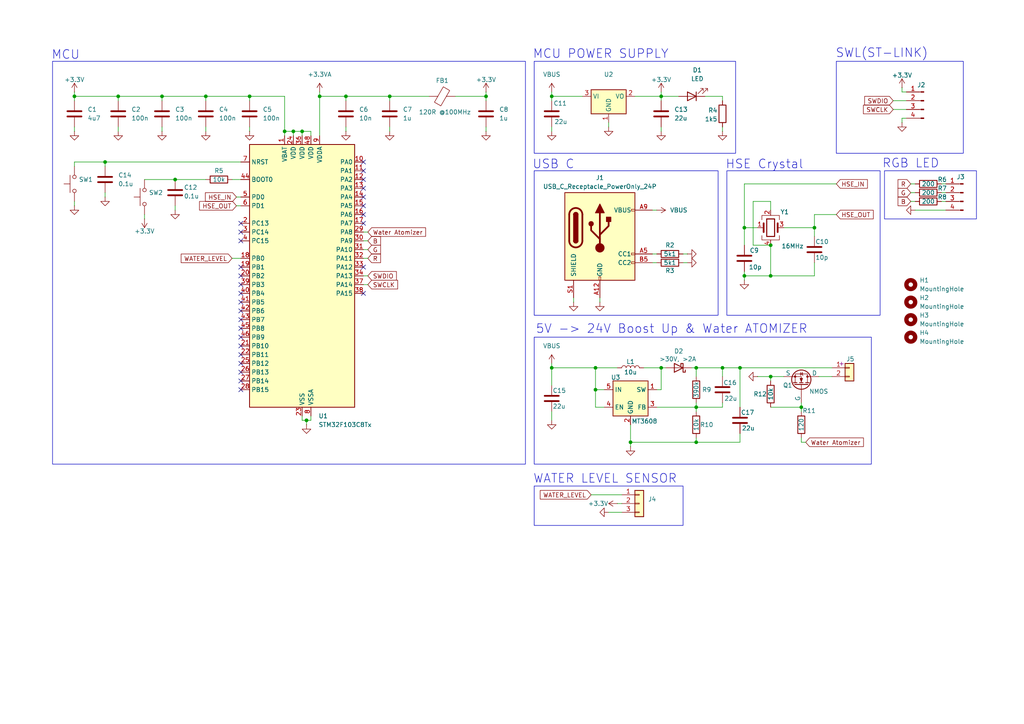
<source format=kicad_sch>
(kicad_sch (version 20231120) (generator "eeschema") (generator_version "8.0")
  (paper "A4")
  (lib_symbols
    (symbol "Connector:Conn_01x04_Pin" (pin_names (offset 1.016) hide)
      (property "Reference" "J" (at 0 5.08 0))
      (property "Value" "Conn_01x04_Pin" (at 0 -7.62 0))
      (symbol "Conn_01x04_Pin_1_1"
        (pin passive line (at 5.08 2.54 180) (length 3.81) (name "Pin_1") (number "1"))
        (pin passive line (at 5.08 0 180) (length 3.81) (name "Pin_2") (number "2"))
        (pin passive line (at 5.08 -2.54 180) (length 3.81) (name "Pin_3") (number "3"))
        (pin passive line (at 5.08 -5.08 180) (length 3.81) (name "Pin_4") (number "4"))
      )
    )
    (symbol "Connector:USB_C_Receptacle_PowerOnly_24P" (pin_names (offset 1.016))
      (property "Reference" "J" (at 0 16.51 0))
      (property "Value" "USB_C_Receptacle_PowerOnly_24P" (at 0 13.97 0))
      (symbol "USB_C_Receptacle_PowerOnly_24P_1_1"
        (pin passive line (at 0 -17.78 90) (length 5.08) hide (name "GND") (number "A1"))
        (pin power_in line (at 0 -17.78 90) (length 5.08) (name "GND") (number "A12"))
        (pin passive line (at 15.24 7.62 180) (length 5.08) hide (name "VBUS") (number "A4"))
        (pin bidirectional line (at 15.24 -5.08 180) (length 5.08) (name "CC1") (number "A5"))
        (pin power_in line (at 15.24 7.62 180) (length 5.08) (name "VBUS") (number "A9"))
        (pin passive line (at 0 -17.78 90) (length 5.08) hide (name "GND") (number "B1"))
        (pin passive line (at 0 -17.78 90) (length 5.08) hide (name "GND") (number "B12"))
        (pin passive line (at 15.24 7.62 180) (length 5.08) hide (name "VBUS") (number "B4"))
        (pin bidirectional line (at 15.24 -7.62 180) (length 5.08) (name "CC2") (number "B5"))
        (pin passive line (at 15.24 7.62 180) (length 5.08) hide (name "VBUS") (number "B9"))
        (pin passive line (at -7.62 -17.78 90) (length 5.08) (name "SHIELD") (number "S1"))
      )
    )
    (symbol "Connector_Generic:Conn_01x02" (pin_names (offset 1.016) hide)
      (property "Reference" "J" (at 0 2.54 0))
      (property "Value" "Conn_01x02" (at 0 -5.08 0))
      (symbol "Conn_01x02_1_1"
        (pin passive line (at -5.08 0 0) (length 3.81) (name "Pin_1") (number "1"))
        (pin passive line (at -5.08 -2.54 0) (length 3.81) (name "Pin_2") (number "2"))
      )
    )
    (symbol "Connector_Generic:Conn_01x03" (pin_names (offset 1.016) hide)
      (property "Reference" "J" (at 0 5.08 0))
      (property "Value" "Conn_01x03" (at 0 -5.08 0))
      (symbol "Conn_01x03_1_1"
        (pin passive line (at -5.08 2.54 0) (length 3.81) (name "Pin_1") (number "1"))
        (pin passive line (at -5.08 0 0) (length 3.81) (name "Pin_2") (number "2"))
        (pin passive line (at -5.08 -2.54 0) (length 3.81) (name "Pin_3") (number "3"))
      )
    )
    (symbol "Device:C" (pin_numbers hide) (pin_names (offset 0.254))
      (property "Reference" "C" (at 0.635 2.54 0))
      (property "Value" "C" (at 0.635 -2.54 0))
      (symbol "C_1_1"
        (pin passive line (at 0 3.81 270) (length 2.794) (name "~") (number "1"))
        (pin passive line (at 0 -3.81 90) (length 2.794) (name "~") (number "2"))
      )
    )
    (symbol "Device:Crystal_GND24" (pin_names (offset 1.016) hide)
      (property "Reference" "Y" (at 3.175 5.08 0))
      (property "Value" "Crystal_GND24" (at 3.175 3.175 0))
      (symbol "Crystal_GND24_1_1"
        (pin passive line (at -3.81 0 0) (length 1.27) (name "1") (number "1"))
        (pin passive line (at 0 5.08 270) (length 1.27) (name "2") (number "2"))
        (pin passive line (at 3.81 0 180) (length 1.27) (name "3") (number "3"))
        (pin passive line (at 0 -5.08 90) (length 1.27) (name "4") (number "4"))
      )
    )
    (symbol "Device:D_Schottky" (pin_numbers hide) (pin_names (offset 1.016) hide)
      (property "Reference" "D" (at 0 2.54 0))
      (property "Value" "D_Schottky" (at 0 -2.54 0))
      (symbol "D_Schottky_1_1"
        (pin passive line (at -3.81 0 0) (length 2.54) (name "K") (number "1"))
        (pin passive line (at 3.81 0 180) (length 2.54) (name "A") (number "2"))
      )
    )
    (symbol "Device:FerriteBead" (pin_numbers hide) (pin_names (offset 0))
      (property "Reference" "FB" (at -3.81 0.635 90))
      (property "Value" "FerriteBead" (at 3.81 0 90))
      (symbol "FerriteBead_1_1"
        (pin passive line (at 0 3.81 270) (length 2.54) (name "~") (number "1"))
        (pin passive line (at 0 -3.81 90) (length 2.54) (name "~") (number "2"))
      )
    )
    (symbol "Device:L" (pin_numbers hide) (pin_names (offset 1.016) hide)
      (property "Reference" "L" (at -1.27 0 90))
      (property "Value" "L" (at 1.905 0 90))
      (symbol "L_1_1"
        (pin passive line (at 0 3.81 270) (length 1.27) (name "1") (number "1"))
        (pin passive line (at 0 -3.81 90) (length 1.27) (name "2") (number "2"))
      )
    )
    (symbol "Device:LED" (pin_numbers hide) (pin_names (offset 1.016) hide)
      (property "Reference" "D" (at 0 2.54 0))
      (property "Value" "LED" (at 0 -2.54 0))
      (symbol "LED_1_1"
        (pin passive line (at -3.81 0 0) (length 2.54) (name "K") (number "1"))
        (pin passive line (at 3.81 0 180) (length 2.54) (name "A") (number "2"))
      )
    )
    (symbol "Device:R" (pin_numbers hide) (pin_names (offset 0))
      (property "Reference" "R" (at 2.032 0 90))
      (property "Value" "R" (at 0 0 90))
      (symbol "R_1_1"
        (pin passive line (at 0 3.81 270) (length 1.27) (name "~") (number "1"))
        (pin passive line (at 0 -3.81 90) (length 1.27) (name "~") (number "2"))
      )
    )
    (symbol "MCU_ST_STM32F1:STM32F103C8Tx"
      (property "Reference" "U" (at -15.24 39.37 0))
      (property "Value" "STM32F103C8Tx" (at 7.62 39.37 0))
      (symbol "STM32F103C8Tx_1_1"
        (pin power_in line (at -5.08 40.64 270) (length 2.54) (name "VBAT") (number "1"))
        (pin bidirectional line (at 17.78 33.02 180) (length 2.54) (name "PA0") (number "10"))
        (pin bidirectional line (at 17.78 30.48 180) (length 2.54) (name "PA1") (number "11"))
        (pin bidirectional line (at 17.78 27.94 180) (length 2.54) (name "PA2") (number "12"))
        (pin bidirectional line (at 17.78 25.4 180) (length 2.54) (name "PA3") (number "13"))
        (pin bidirectional line (at 17.78 22.86 180) (length 2.54) (name "PA4") (number "14"))
        (pin bidirectional line (at 17.78 20.32 180) (length 2.54) (name "PA5") (number "15"))
        (pin bidirectional line (at 17.78 17.78 180) (length 2.54) (name "PA6") (number "16"))
        (pin bidirectional line (at 17.78 15.24 180) (length 2.54) (name "PA7") (number "17"))
        (pin bidirectional line (at -17.78 5.08 0) (length 2.54) (name "PB0") (number "18"))
        (pin bidirectional line (at -17.78 2.54 0) (length 2.54) (name "PB1") (number "19"))
        (pin bidirectional line (at -17.78 15.24 0) (length 2.54) (name "PC13") (number "2"))
        (pin bidirectional line (at -17.78 0 0) (length 2.54) (name "PB2") (number "20"))
        (pin bidirectional line (at -17.78 -20.32 0) (length 2.54) (name "PB10") (number "21"))
        (pin bidirectional line (at -17.78 -22.86 0) (length 2.54) (name "PB11") (number "22"))
        (pin power_in line (at 0 -40.64 90) (length 2.54) (name "VSS") (number "23"))
        (pin power_in line (at -2.54 40.64 270) (length 2.54) (name "VDD") (number "24"))
        (pin bidirectional line (at -17.78 -25.4 0) (length 2.54) (name "PB12") (number "25"))
        (pin bidirectional line (at -17.78 -27.94 0) (length 2.54) (name "PB13") (number "26"))
        (pin bidirectional line (at -17.78 -30.48 0) (length 2.54) (name "PB14") (number "27"))
        (pin bidirectional line (at -17.78 -33.02 0) (length 2.54) (name "PB15") (number "28"))
        (pin bidirectional line (at 17.78 12.7 180) (length 2.54) (name "PA8") (number "29"))
        (pin bidirectional line (at -17.78 12.7 0) (length 2.54) (name "PC14") (number "3"))
        (pin bidirectional line (at 17.78 10.16 180) (length 2.54) (name "PA9") (number "30"))
        (pin bidirectional line (at 17.78 7.62 180) (length 2.54) (name "PA10") (number "31"))
        (pin bidirectional line (at 17.78 5.08 180) (length 2.54) (name "PA11") (number "32"))
        (pin bidirectional line (at 17.78 2.54 180) (length 2.54) (name "PA12") (number "33"))
        (pin bidirectional line (at 17.78 0 180) (length 2.54) (name "PA13") (number "34"))
        (pin passive line (at 0 -40.64 90) (length 2.54) hide (name "VSS") (number "35"))
        (pin power_in line (at 0 40.64 270) (length 2.54) (name "VDD") (number "36"))
        (pin bidirectional line (at 17.78 -2.54 180) (length 2.54) (name "PA14") (number "37"))
        (pin bidirectional line (at 17.78 -5.08 180) (length 2.54) (name "PA15") (number "38"))
        (pin bidirectional line (at -17.78 -2.54 0) (length 2.54) (name "PB3") (number "39"))
        (pin bidirectional line (at -17.78 10.16 0) (length 2.54) (name "PC15") (number "4"))
        (pin bidirectional line (at -17.78 -5.08 0) (length 2.54) (name "PB4") (number "40"))
        (pin bidirectional line (at -17.78 -7.62 0) (length 2.54) (name "PB5") (number "41"))
        (pin bidirectional line (at -17.78 -10.16 0) (length 2.54) (name "PB6") (number "42"))
        (pin bidirectional line (at -17.78 -12.7 0) (length 2.54) (name "PB7") (number "43"))
        (pin input line (at -17.78 27.94 0) (length 2.54) (name "BOOT0") (number "44"))
        (pin bidirectional line (at -17.78 -15.24 0) (length 2.54) (name "PB8") (number "45"))
        (pin bidirectional line (at -17.78 -17.78 0) (length 2.54) (name "PB9") (number "46"))
        (pin passive line (at 0 -40.64 90) (length 2.54) hide (name "VSS") (number "47"))
        (pin power_in line (at 2.54 40.64 270) (length 2.54) (name "VDD") (number "48"))
        (pin bidirectional line (at -17.78 22.86 0) (length 2.54) (name "PD0") (number "5"))
        (pin bidirectional line (at -17.78 20.32 0) (length 2.54) (name "PD1") (number "6"))
        (pin input line (at -17.78 33.02 0) (length 2.54) (name "NRST") (number "7"))
        (pin power_in line (at 2.54 -40.64 90) (length 2.54) (name "VSSA") (number "8"))
        (pin power_in line (at 5.08 40.64 270) (length 2.54) (name "VDDA") (number "9"))
      )
    )
    (symbol "Mechanical:MountingHole" (pin_names (offset 1.016)) (exclude_from_sim yes) (in_bom no)
      (property "Reference" "H" (at 0 5.08 0))
      (property "Value" "MountingHole" (at 0 3.175 0))
    )
    (symbol "Regulator_Linear:LD1117S33TR_SOT223"
      (property "Reference" "U" (at -3.81 3.175 0))
      (property "Value" "LD1117S33TR_SOT223" (at 0 3.175 0))
      (symbol "LD1117S33TR_SOT223_1_1"
        (pin power_in line (at 0 -7.62 90) (length 2.54) (name "GND") (number "1"))
        (pin power_out line (at 7.62 0 180) (length 2.54) (name "VO") (number "2"))
        (pin power_in line (at -7.62 0 0) (length 2.54) (name "VI") (number "3"))
      )
    )
    (symbol "Regulator_Switching:MT3608"
      (property "Reference" "U" (at -2.54 8.89 0))
      (property "Value" "MT3608" (at -3.81 6.35 0))
      (symbol "MT3608_1_1"
        (pin passive line (at 7.62 2.54 180) (length 2.54) (name "SW") (number "1"))
        (pin power_in line (at 0 -7.62 90) (length 2.54) (name "GND") (number "2"))
        (pin input line (at 7.62 -2.54 180) (length 2.54) (name "FB") (number "3"))
        (pin input line (at -7.62 -2.54 0) (length 2.54) (name "EN") (number "4"))
        (pin power_in line (at -7.62 2.54 0) (length 2.54) (name "IN") (number "5"))
        (pin no_connect line (at 5.08 0 180) (length 2.54) hide (name "NC") (number "6"))
      )
    )
    (symbol "Simulation_SPICE:NMOS" (pin_numbers hide) (pin_names (offset 0))
      (property "Reference" "Q" (at 5.08 1.27 0))
      (property "Value" "NMOS" (at 5.08 -1.27 0))
      (symbol "NMOS_1_1"
        (pin passive line (at 2.54 5.08 270) (length 2.54) (name "D") (number "1"))
        (pin input line (at -5.08 0 0) (length 2.54) (name "G") (number "2"))
        (pin passive line (at 2.54 -5.08 90) (length 2.54) (name "S") (number "3"))
      )
    )
    (symbol "Switch:SW_Push" (pin_numbers hide) (pin_names (offset 1.016) hide)
      (property "Reference" "SW" (at 1.27 2.54 0))
      (property "Value" "SW_Push" (at 0 -1.524 0))
      (symbol "SW_Push_0_1"
        (pin passive line (at -5.08 0 0) (length 2.54) (name "1") (number "1"))
        (pin passive line (at 5.08 0 180) (length 2.54) (name "2") (number "2"))
      )
    )
    (symbol "power:+3.3V" (power) (pin_numbers hide) (pin_names (offset 0) hide)
      (property "Value" "+3.3V" (at 0 3.556 0))
      (symbol "+3.3V_1_1"
        (pin power_in line (at 0 0 90) (length 0) (name "~") (number "1"))
      )
    )
    (symbol "power:+3.3VA" (power) (pin_numbers hide) (pin_names (offset 0) hide)
      (property "Value" "+3.3VA" (at 0 3.556 0))
      (symbol "+3.3VA_1_1"
        (pin power_in line (at 0 0 90) (length 0) (name "~") (number "1"))
      )
    )
    (symbol "power:GND" (power) (pin_numbers hide) (pin_names (offset 0) hide)
      (property "Value" "GND" (at 0 -3.81 0))
      (symbol "GND_1_1"
        (pin power_in line (at 0 0 270) (length 0) (name "~") (number "1"))
      )
    )
    (symbol "power:VBUS" (power) (pin_numbers hide) (pin_names (offset 0) hide)
      (property "Value" "VBUS" (at 0 3.556 0))
      (symbol "VBUS_1_1"
        (pin power_in line (at 0 0 90) (length 0) (name "~") (number "1"))
      )
    )
  )
  (junction (at 160.02 27.94))
  (junction (at 87.63 38.1))
  (junction (at 85.09 38.1))
  (junction (at 215.9 80.01))
  (junction (at 59.69 27.94))
  (junction (at 160.02 106.68))
  (junction (at 209.55 106.68))
  (junction (at 21.59 27.94))
  (junction (at 140.97 27.94))
  (junction (at 50.8 52.07))
  (junction (at 236.22 66.04))
  (junction (at 223.52 80.01))
  (junction (at 172.72 113.03))
  (junction (at 201.93 106.68))
  (junction (at 182.88 128.27))
  (junction (at 201.93 118.11))
  (junction (at 88.9 121.92))
  (junction (at 30.48 46.99))
  (junction (at 215.9 66.04))
  (junction (at 34.29 27.94))
  (junction (at 46.99 27.94))
  (junction (at 113.03 27.94))
  (junction (at 191.77 27.94))
  (junction (at 223.52 71.12))
  (junction (at 232.41 118.11))
  (junction (at 92.71 27.94))
  (junction (at 82.55 38.1))
  (junction (at 223.52 109.22))
  (junction (at 72.39 27.94))
  (junction (at 100.33 27.94))
  (junction (at 191.77 106.68))
  (junction (at 172.72 106.68))
  (junction (at 201.93 128.27))
  (junction (at 214.63 106.68))
  (no_connect (at 69.85 107.95))
  (no_connect (at 69.85 87.63))
  (no_connect (at 69.85 64.77))
  (no_connect (at 105.41 85.09))
  (no_connect (at 69.85 97.79))
  (no_connect (at 105.41 57.15))
  (no_connect (at 105.41 62.23))
  (no_connect (at 69.85 77.47))
  (no_connect (at 69.85 102.87))
  (no_connect (at 69.85 85.09))
  (no_connect (at 69.85 95.25))
  (no_connect (at 69.85 69.85))
  (no_connect (at 69.85 90.17))
  (no_connect (at 105.41 77.47))
  (no_connect (at 69.85 113.03))
  (no_connect (at 69.85 92.71))
  (no_connect (at 105.41 64.77))
  (no_connect (at 69.85 82.55))
  (no_connect (at 69.85 110.49))
  (no_connect (at 105.41 52.07))
  (no_connect (at 69.85 67.31))
  (no_connect (at 105.41 54.61))
  (no_connect (at 69.85 100.33))
  (no_connect (at 69.85 80.01))
  (no_connect (at 105.41 46.99))
  (no_connect (at 69.85 105.41))
  (no_connect (at 105.41 49.53))
  (no_connect (at 105.41 59.69))
  (wire (pts (xy 113.03 27.94) (xy 124.46 27.94)))
  (wire (pts (xy 82.55 27.94) (xy 82.55 38.1)))
  (wire (pts (xy 82.55 38.1) (xy 82.55 39.37)))
  (wire (pts (xy 223.52 71.12) (xy 223.52 80.01)))
  (wire (pts (xy 21.59 26.67) (xy 21.59 27.94)))
  (wire (pts (xy 201.93 106.68) (xy 201.93 109.22)))
  (wire (pts (xy 209.55 36.83) (xy 209.55 38.1)))
  (wire (pts (xy 191.77 36.83) (xy 191.77 38.1)))
  (wire (pts (xy 172.72 113.03) (xy 175.26 113.03)))
  (wire (pts (xy 204.47 27.94) (xy 209.55 27.94)))
  (wire (pts (xy 113.03 29.21) (xy 113.03 27.94)))
  (wire (pts (xy 105.41 69.85) (xy 106.68 69.85)))
  (wire (pts (xy 227.33 66.04) (xy 236.22 66.04)))
  (wire (pts (xy 72.39 27.94) (xy 72.39 29.21)))
  (wire (pts (xy 236.22 66.04) (xy 236.22 68.58)))
  (wire (pts (xy 46.99 36.83) (xy 46.99 38.1)))
  (wire (pts (xy 176.53 148.59) (xy 180.34 148.59)))
  (wire (pts (xy 87.63 120.65) (xy 87.63 121.92)))
  (wire (pts (xy 68.58 57.15) (xy 69.85 57.15)))
  (wire (pts (xy 176.53 35.56) (xy 176.53 36.83)))
  (wire (pts (xy 264.16 53.34) (xy 265.43 53.34)))
  (wire (pts (xy 261.62 35.56) (xy 261.62 34.29)))
  (wire (pts (xy 160.02 27.94) (xy 168.91 27.94)))
  (wire (pts (xy 264.16 55.88) (xy 265.43 55.88)))
  (wire (pts (xy 172.72 113.03) (xy 172.72 106.68)))
  (wire (pts (xy 82.55 38.1) (xy 85.09 38.1)))
  (wire (pts (xy 209.55 118.11) (xy 201.93 118.11)))
  (wire (pts (xy 100.33 29.21) (xy 100.33 27.94)))
  (wire (pts (xy 215.9 66.04) (xy 219.71 66.04)))
  (wire (pts (xy 21.59 58.42) (xy 21.59 59.69)))
  (wire (pts (xy 190.5 118.11) (xy 201.93 118.11)))
  (wire (pts (xy 214.63 125.73) (xy 214.63 128.27)))
  (wire (pts (xy 166.37 86.36) (xy 166.37 87.63)))
  (wire (pts (xy 259.08 29.21) (xy 262.89 29.21)))
  (wire (pts (xy 113.03 36.83) (xy 113.03 38.1)))
  (wire (pts (xy 265.43 60.96) (xy 274.32 60.96)))
  (wire (pts (xy 218.44 58.42) (xy 218.44 71.12)))
  (wire (pts (xy 85.09 38.1) (xy 87.63 38.1)))
  (wire (pts (xy 140.97 27.94) (xy 140.97 26.67)))
  (wire (pts (xy 87.63 38.1) (xy 87.63 39.37)))
  (wire (pts (xy 191.77 27.94) (xy 196.85 27.94)))
  (wire (pts (xy 132.08 27.94) (xy 140.97 27.94)))
  (wire (pts (xy 232.41 118.11) (xy 232.41 119.38)))
  (wire (pts (xy 218.44 71.12) (xy 223.52 71.12)))
  (wire (pts (xy 160.02 27.94) (xy 160.02 29.21)))
  (wire (pts (xy 223.52 109.22) (xy 223.52 110.49)))
  (wire (pts (xy 264.16 58.42) (xy 265.43 58.42)))
  (wire (pts (xy 30.48 55.88) (xy 30.48 57.15)))
  (wire (pts (xy 160.02 26.67) (xy 160.02 27.94)))
  (wire (pts (xy 209.55 106.68) (xy 209.55 109.22)))
  (wire (pts (xy 172.72 106.68) (xy 160.02 106.68)))
  (wire (pts (xy 215.9 80.01) (xy 223.52 80.01)))
  (wire (pts (xy 236.22 62.23) (xy 236.22 66.04)))
  (wire (pts (xy 215.9 53.34) (xy 242.57 53.34)))
  (wire (pts (xy 223.52 58.42) (xy 218.44 58.42)))
  (wire (pts (xy 198.12 76.2) (xy 199.39 76.2)))
  (wire (pts (xy 191.77 27.94) (xy 191.77 26.67)))
  (wire (pts (xy 273.05 58.42) (xy 274.32 58.42)))
  (wire (pts (xy 191.77 113.03) (xy 191.77 106.68)))
  (wire (pts (xy 189.23 60.96) (xy 190.5 60.96)))
  (wire (pts (xy 68.58 59.69) (xy 69.85 59.69)))
  (wire (pts (xy 30.48 46.99) (xy 21.59 46.99)))
  (wire (pts (xy 67.31 52.07) (xy 69.85 52.07)))
  (wire (pts (xy 233.68 128.27) (xy 232.41 128.27)))
  (wire (pts (xy 105.41 82.55) (xy 106.68 82.55)))
  (wire (pts (xy 140.97 36.83) (xy 140.97 38.1)))
  (wire (pts (xy 21.59 46.99) (xy 21.59 48.26)))
  (wire (pts (xy 236.22 80.01) (xy 223.52 80.01)))
  (wire (pts (xy 214.63 106.68) (xy 214.63 118.11)))
  (wire (pts (xy 215.9 80.01) (xy 215.9 81.28)))
  (wire (pts (xy 215.9 66.04) (xy 215.9 71.12)))
  (wire (pts (xy 46.99 27.94) (xy 59.69 27.94)))
  (wire (pts (xy 173.99 86.36) (xy 173.99 87.63)))
  (wire (pts (xy 21.59 27.94) (xy 34.29 27.94)))
  (wire (pts (xy 223.52 118.11) (xy 232.41 118.11)))
  (wire (pts (xy 232.41 116.84) (xy 232.41 118.11)))
  (wire (pts (xy 34.29 36.83) (xy 34.29 38.1)))
  (wire (pts (xy 273.05 53.34) (xy 274.32 53.34)))
  (wire (pts (xy 160.02 119.38) (xy 160.02 121.92)))
  (wire (pts (xy 41.91 62.23) (xy 41.91 63.5)))
  (wire (pts (xy 90.17 38.1) (xy 90.17 39.37)))
  (wire (pts (xy 100.33 27.94) (xy 113.03 27.94)))
  (wire (pts (xy 59.69 36.83) (xy 59.69 38.1)))
  (wire (pts (xy 92.71 27.94) (xy 92.71 39.37)))
  (wire (pts (xy 261.62 25.4) (xy 261.62 26.67)))
  (wire (pts (xy 85.09 38.1) (xy 85.09 39.37)))
  (wire (pts (xy 30.48 48.26) (xy 30.48 46.99)))
  (wire (pts (xy 34.29 27.94) (xy 34.29 29.21)))
  (wire (pts (xy 67.31 74.93) (xy 69.85 74.93)))
  (wire (pts (xy 41.91 52.07) (xy 50.8 52.07)))
  (wire (pts (xy 46.99 27.94) (xy 46.99 29.21)))
  (wire (pts (xy 88.9 121.92) (xy 88.9 123.19)))
  (wire (pts (xy 184.15 27.94) (xy 191.77 27.94)))
  (wire (pts (xy 219.71 109.22) (xy 223.52 109.22)))
  (wire (pts (xy 59.69 27.94) (xy 59.69 29.21)))
  (wire (pts (xy 171.45 143.51) (xy 180.34 143.51)))
  (wire (pts (xy 88.9 121.92) (xy 90.17 121.92)))
  (wire (pts (xy 201.93 128.27) (xy 214.63 128.27)))
  (wire (pts (xy 223.52 60.96) (xy 223.52 58.42)))
  (wire (pts (xy 201.93 118.11) (xy 201.93 116.84)))
  (wire (pts (xy 179.07 146.05) (xy 180.34 146.05)))
  (wire (pts (xy 227.33 109.22) (xy 223.52 109.22)))
  (wire (pts (xy 232.41 128.27) (xy 232.41 127)))
  (wire (pts (xy 160.02 36.83) (xy 160.02 38.1)))
  (wire (pts (xy 21.59 36.83) (xy 21.59 38.1)))
  (wire (pts (xy 201.93 127) (xy 201.93 128.27)))
  (wire (pts (xy 59.69 27.94) (xy 72.39 27.94)))
  (wire (pts (xy 191.77 106.68) (xy 193.04 106.68)))
  (wire (pts (xy 105.41 72.39) (xy 106.68 72.39)))
  (wire (pts (xy 72.39 27.94) (xy 82.55 27.94)))
  (wire (pts (xy 261.62 26.67) (xy 262.89 26.67)))
  (wire (pts (xy 50.8 52.07) (xy 59.69 52.07)))
  (wire (pts (xy 237.49 109.22) (xy 241.3 109.22)))
  (wire (pts (xy 175.26 118.11) (xy 172.72 118.11)))
  (wire (pts (xy 182.88 128.27) (xy 201.93 128.27)))
  (wire (pts (xy 273.05 55.88) (xy 274.32 55.88)))
  (wire (pts (xy 34.29 27.94) (xy 46.99 27.94)))
  (wire (pts (xy 21.59 27.94) (xy 21.59 29.21)))
  (wire (pts (xy 72.39 36.83) (xy 72.39 38.1)))
  (wire (pts (xy 200.66 106.68) (xy 201.93 106.68)))
  (wire (pts (xy 201.93 106.68) (xy 209.55 106.68)))
  (wire (pts (xy 236.22 76.2) (xy 236.22 80.01)))
  (wire (pts (xy 190.5 113.03) (xy 191.77 113.03)))
  (wire (pts (xy 92.71 27.94) (xy 100.33 27.94)))
  (wire (pts (xy 189.23 73.66) (xy 190.5 73.66)))
  (wire (pts (xy 261.62 34.29) (xy 262.89 34.29)))
  (wire (pts (xy 87.63 38.1) (xy 90.17 38.1)))
  (wire (pts (xy 259.08 31.75) (xy 262.89 31.75)))
  (wire (pts (xy 50.8 59.69) (xy 50.8 60.96)))
  (wire (pts (xy 160.02 106.68) (xy 160.02 111.76)))
  (wire (pts (xy 189.23 76.2) (xy 190.5 76.2)))
  (wire (pts (xy 90.17 121.92) (xy 90.17 120.65)))
  (wire (pts (xy 191.77 27.94) (xy 191.77 29.21)))
  (wire (pts (xy 172.72 106.68) (xy 179.07 106.68)))
  (wire (pts (xy 186.69 106.68) (xy 191.77 106.68)))
  (wire (pts (xy 140.97 27.94) (xy 140.97 29.21)))
  (wire (pts (xy 87.63 121.92) (xy 88.9 121.92)))
  (wire (pts (xy 105.41 74.93) (xy 106.68 74.93)))
  (wire (pts (xy 215.9 53.34) (xy 215.9 66.04)))
  (wire (pts (xy 182.88 128.27) (xy 182.88 129.54)))
  (wire (pts (xy 215.9 78.74) (xy 215.9 80.01)))
  (wire (pts (xy 92.71 26.67) (xy 92.71 27.94)))
  (wire (pts (xy 198.12 73.66) (xy 199.39 73.66)))
  (wire (pts (xy 214.63 106.68) (xy 241.3 106.68)))
  (wire (pts (xy 105.41 67.31) (xy 106.68 67.31)))
  (wire (pts (xy 105.41 80.01) (xy 106.68 80.01)))
  (wire (pts (xy 100.33 36.83) (xy 100.33 38.1)))
  (wire (pts (xy 209.55 27.94) (xy 209.55 29.21)))
  (wire (pts (xy 172.72 118.11) (xy 172.72 113.03)))
  (wire (pts (xy 209.55 106.68) (xy 214.63 106.68)))
  (wire (pts (xy 201.93 119.38) (xy 201.93 118.11)))
  (wire (pts (xy 182.88 123.19) (xy 182.88 128.27)))
  (wire (pts (xy 236.22 62.23) (xy 242.57 62.23)))
  (wire (pts (xy 160.02 105.41) (xy 160.02 106.68)))
  (wire (pts (xy 209.55 116.84) (xy 209.55 118.11)))
  (wire (pts (xy 30.48 46.99) (xy 69.85 46.99)))
  (rectangle (start 210.82 49.53) (end 255.27 91.44))
  (rectangle (start 154.94 97.79) (end 252.73 134.62))
  (rectangle (start 154.94 140.97) (end 198.12 152.4))
  (rectangle (start 15.24 17.78) (end 152.4 134.62))
  (rectangle (start 256.54 49.53) (end 283.21 63.5))
  (rectangle (start 154.94 17.78) (end 213.36 44.45))
  (rectangle (start 154.94 49.53) (end 208.28 91.44))
  (rectangle (start 242.57 17.78) (end 279.4 44.45))
  (text "MCU POWER SUPPLY" (at 174.244 15.748 0) (effects (font (size 2.54 2.54))))
  (text "HSE Crystal" (at 221.742 47.752 0) (effects (font (size 2.54 2.54))))
  (text "USB C" (at 160.528 47.752 0) (effects (font (size 2.54 2.54))))
  (text "5V -> 24V Boost Up & Water ATOMIZER" (at 194.818 95.504 0) (effects (font (size 2.54 2.54))))
  (text "MCU" (at 19.05 16.002 0) (effects (font (size 2.54 2.54))))
  (text "RGB LED" (at 264.16 47.498 0) (effects (font (size 2.54 2.54))))
  (text "WATER LEVEL SENSOR" (at 175.514 138.938 0) (effects (font (size 2.54 2.54))))
  (text "SWL(ST-LINK)" (at 255.778 15.494 0) (effects (font (size 2.54 2.54))))
  (global_label "WATER_LEVEL" (shape input) (at 67.31 74.93 180) (property "Intersheetrefs" "${INTERSHEET_REFS}" (effects (hide yes))))
  (global_label "B" (shape input) (at 106.68 69.85 0) (property "Intersheetrefs" "${INTERSHEET_REFS}" (effects (hide yes))))
  (global_label "Water Atomizer" (shape input) (at 233.68 128.27 0) (property "Intersheetrefs" "${INTERSHEET_REFS}" (effects (hide yes))))
  (global_label "G" (shape input) (at 264.16 55.88 180) (property "Intersheetrefs" "${INTERSHEET_REFS}" (effects (hide yes))))
  (global_label "SWCLK" (shape input) (at 106.68 82.55 0) (property "Intersheetrefs" "${INTERSHEET_REFS}" (effects (hide yes))))
  (global_label "WATER_LEVEL" (shape input) (at 171.45 143.51 180) (property "Intersheetrefs" "${INTERSHEET_REFS}" (effects (hide yes))))
  (global_label "SWDIO" (shape input) (at 106.68 80.01 0) (property "Intersheetrefs" "${INTERSHEET_REFS}" (effects (hide yes))))
  (global_label "Water Atomizer" (shape input) (at 106.68 67.31 0) (property "Intersheetrefs" "${INTERSHEET_REFS}" (effects (hide yes))))
  (global_label "SWDIO" (shape input) (at 259.08 29.21 180) (property "Intersheetrefs" "${INTERSHEET_REFS}" (effects (hide yes))))
  (global_label "HSE_OUT" (shape input) (at 242.57 62.23 0) (property "Intersheetrefs" "${INTERSHEET_REFS}" (effects (hide yes))))
  (global_label "HSE_OUT" (shape input) (at 68.58 59.69 180) (property "Intersheetrefs" "${INTERSHEET_REFS}" (effects (hide yes))))
  (global_label "B" (shape input) (at 264.16 58.42 180) (property "Intersheetrefs" "${INTERSHEET_REFS}" (effects (hide yes))))
  (global_label "G" (shape input) (at 106.68 72.39 0) (property "Intersheetrefs" "${INTERSHEET_REFS}" (effects (hide yes))))
  (global_label "R" (shape input) (at 106.68 74.93 0) (property "Intersheetrefs" "${INTERSHEET_REFS}" (effects (hide yes))))
  (global_label "HSE_IN" (shape input) (at 68.58 57.15 180) (property "Intersheetrefs" "${INTERSHEET_REFS}" (effects (hide yes))))
  (global_label "SWCLK" (shape input) (at 259.08 31.75 180) (property "Intersheetrefs" "${INTERSHEET_REFS}" (effects (hide yes))))
  (global_label "R" (shape input) (at 264.16 53.34 180) (property "Intersheetrefs" "${INTERSHEET_REFS}" (effects (hide yes))))
  (global_label "HSE_IN" (shape input) (at 242.57 53.34 0) (property "Intersheetrefs" "${INTERSHEET_REFS}" (effects (hide yes))))
  (symbol (lib_id "Mechanical:MountingHole") (at 264.16 87.63 0) (unit 1) (exclude_from_sim yes) (in_bom no)
    (property "Reference" "H2" (at 266.7 86.3599 0) (effects (justify left)))
    (property "Value" "MountingHole" (at 266.7 88.8999 0) (effects (justify left)))
    (property "Footprint" "MountingHole:MountingHole_2.1mm" (effects (hide yes)))
    (property "Description" "Mounting Hole without connection" (effects (hide yes)))
  )
  (symbol (lib_id "Device:R") (at 232.41 123.19 0) (unit 1)
    (property "Reference" "R11" (at 234.696 119.126 0))
    (property "Value" "120" (at 232.41 123.19 90))
    (property "Footprint" "Resistor_SMD:R_0603_1608Metric_Pad0.98x0.95mm_HandSolder" (effects (hide yes)))
    (property "Description" "Resistor" (effects (hide yes)))
  )
  (symbol (lib_id "Device:C") (at 209.55 113.03 0) (unit 1)
    (property "Reference" "C16" (at 209.804 110.998 0) (effects (justify left)))
    (property "Value" "22u" (at 210.058 115.57 0) (effects (justify left)))
    (property "Footprint" "Capacitor_SMD:C_0603_1608Metric_Pad1.08x0.95mm_HandSolder" (effects (hide yes)))
    (property "Description" "Unpolarized capacitor" (effects (hide yes)))
  )
  (symbol (lib_id "Device:C") (at 30.48 52.07 0) (unit 1)
    (property "Reference" "C14" (at 34.29 50.7999 0) (effects (justify left)))
    (property "Value" "0.1u" (at 34.29 53.3399 0) (effects (justify left)))
    (property "Footprint" "Capacitor_SMD:C_0603_1608Metric_Pad1.08x0.95mm_HandSolder" (effects (hide yes)))
    (property "Description" "Unpolarized capacitor" (effects (hide yes)))
  )
  (symbol (lib_id "Device:LED") (at 200.66 27.94 180) (unit 1)
    (property "Reference" "D1" (at 202.2475 20.32 0))
    (property "Value" "LED" (at 202.2475 22.86 0))
    (property "Footprint" "LED_SMD:LED_0603_1608Metric_Pad1.05x0.95mm_HandSolder" (effects (hide yes)))
    (property "Description" "Light emitting diode" (effects (hide yes)))
  )
  (symbol (lib_id "Device:C") (at 236.22 72.39 0) (unit 1)
    (property "Reference" "C10" (at 236.474 70.104 0) (effects (justify left)))
    (property "Value" "10p" (at 236.474 74.676 0) (effects (justify left)))
    (property "Footprint" "Capacitor_SMD:C_0603_1608Metric_Pad1.08x0.95mm_HandSolder" (effects (hide yes)))
    (property "Description" "Unpolarized capacitor" (effects (hide yes)))
  )
  (symbol (lib_id "power:GND") (at 199.39 73.66 90) (unit 1)
    (property "Reference" "#PWR014" (effects (hide yes)))
    (property "Value" "GND" (effects (hide yes)))
    (property "Description" "Power symbol creates a global label with name \"GND\" , ground" (effects (hide yes)))
  )
  (symbol (lib_id "power:+3.3V") (at 179.07 146.05 90) (unit 1)
    (property "Reference" "#PWR033" (effects (hide yes)))
    (property "Value" "+3.3V" (at 173.482 146.05 90))
    (property "Description" "Power symbol creates a global label with name \"+3.3V\"" (effects (hide yes)))
  )
  (symbol (lib_id "power:GND") (at 265.43 60.96 270) (unit 1)
    (property "Reference" "#PWR032" (effects (hide yes)))
    (property "Value" "GND" (effects (hide yes)))
    (property "Description" "Power symbol creates a global label with name \"GND\" , ground" (effects (hide yes)))
  )
  (symbol (lib_id "Device:R") (at 194.31 76.2 90) (unit 1)
    (property "Reference" "R3" (at 194.31 78.486 90))
    (property "Value" "5k1" (at 194.31 76.2 90))
    (property "Footprint" "Resistor_SMD:R_0603_1608Metric_Pad0.98x0.95mm_HandSolder" (effects (hide yes)))
    (property "Description" "Resistor" (effects (hide yes)))
  )
  (symbol (lib_id "power:VBUS") (at 190.5 60.96 270) (unit 1)
    (property "Reference" "#PWR018" (effects (hide yes)))
    (property "Value" "VBUS" (at 194.31 60.9599 90) (effects (justify left)))
    (property "Description" "Power symbol creates a global label with name \"VBUS\"" (effects (hide yes)))
  )
  (symbol (lib_id "Mechanical:MountingHole") (at 264.16 92.71 0) (unit 1) (exclude_from_sim yes) (in_bom no)
    (property "Reference" "H3" (at 266.7 91.4399 0) (effects (justify left)))
    (property "Value" "MountingHole" (at 266.7 93.9799 0) (effects (justify left)))
    (property "Footprint" "MountingHole:MountingHole_2.1mm" (effects (hide yes)))
    (property "Description" "Mounting Hole without connection" (effects (hide yes)))
  )
  (symbol (lib_id "power:GND") (at 88.9 123.19 0) (unit 1)
    (property "Reference" "#PWR013" (effects (hide yes)))
    (property "Value" "GND" (effects (hide yes)))
    (property "Description" "Power symbol creates a global label with name \"GND\" , ground" (effects (hide yes)))
  )
  (symbol (lib_id "Device:C") (at 46.99 33.02 0) (unit 1)
    (property "Reference" "C3" (at 50.8 31.7499 0) (effects (justify left)))
    (property "Value" "100n" (at 50.8 34.2899 0) (effects (justify left)))
    (property "Footprint" "Capacitor_SMD:C_0603_1608Metric_Pad1.08x0.95mm_HandSolder" (effects (hide yes)))
    (property "Description" "Unpolarized capacitor" (effects (hide yes)))
  )
  (symbol (lib_id "Device:D_Schottky") (at 196.85 106.68 180) (unit 1)
    (property "Reference" "D2" (at 196.85 101.854 0))
    (property "Value" ">30V, >2A" (at 196.596 104.14 0))
    (property "Footprint" "Diode_SMD:D_SMA_Handsoldering" (effects (hide yes)))
    (property "Description" "Schottky diode" (effects (hide yes)))
  )
  (symbol (lib_id "Connector_Generic:Conn_01x02") (at 246.38 106.68 0) (unit 1)
    (property "Reference" "J5" (at 246.634 104.14 0))
    (property "Value" "Water Atomizer" (effects (hide yes)))
    (property "Footprint" "Connector_PinHeader_1.27mm:PinHeader_1x02_P1.27mm_Vertical" (effects (hide yes)))
    (property "Description" "Generic connector, single row, 01x02, script generated (kicad-library-utils/schlib/autogen/connector/)" (effects (hide yes)))
    (property "+" "+" (at 244.094 105.41 0))
  )
  (symbol (lib_id "MCU_ST_STM32F1:STM32F103C8Tx") (at 87.63 80.01 0) (unit 1)
    (property "Reference" "U1" (at 92.3641 120.65 0) (effects (justify left)))
    (property "Value" "STM32F103C8Tx" (at 92.3641 123.19 0) (effects (justify left)))
    (property "Footprint" "Package_QFP:LQFP-48_7x7mm_P0.5mm" (effects (hide yes)))
    (property "Datasheet" "https://www.st.com/resource/en/datasheet/stm32f103c8.pdf" (effects (hide yes)))
    (property "Description" "STMicroelectronics Arm Cortex-M3 MCU, 64KB flash, 20KB RAM, 72 MHz, 2.0-3.6V, 37 GPIO, LQFP48" (effects (hide yes)))
  )
  (symbol (lib_id "Device:C") (at 113.03 33.02 0) (unit 1)
    (property "Reference" "C7" (at 116.84 31.7499 0) (effects (justify left)))
    (property "Value" "1u" (at 116.84 34.2899 0) (effects (justify left)))
    (property "Footprint" "Capacitor_SMD:C_0603_1608Metric_Pad1.08x0.95mm_HandSolder" (effects (hide yes)))
    (property "Description" "Unpolarized capacitor" (effects (hide yes)))
  )
  (symbol (lib_id "power:GND") (at 261.62 35.56 0) (unit 1)
    (property "Reference" "#PWR031" (effects (hide yes)))
    (property "Value" "GND" (effects (hide yes)))
    (property "Description" "Power symbol creates a global label with name \"GND\" , ground" (effects (hide yes)))
  )
  (symbol (lib_id "power:GND") (at 191.77 38.1 0) (unit 1)
    (property "Reference" "#PWR024" (effects (hide yes)))
    (property "Value" "GND" (effects (hide yes)))
    (property "Description" "Power symbol creates a global label with name \"GND\" , ground" (effects (hide yes)))
  )
  (symbol (lib_id "Device:FerriteBead") (at 128.27 27.94 90) (unit 1)
    (property "Reference" "FB1" (at 128.27 23.368 90))
    (property "Value" "120R @100MHz" (at 129.032 32.512 90))
    (property "Footprint" "Inductor_SMD:L_0603_1608Metric_Pad1.05x0.95mm_HandSolder" (effects (hide yes)))
    (property "Description" "Ferrite bead" (effects (hide yes)))
  )
  (symbol (lib_id "Device:R") (at 269.24 55.88 90) (unit 1)
    (property "Reference" "R7" (at 273.304 54.61 90))
    (property "Value" "200" (at 269.24 55.88 90))
    (property "Footprint" "Resistor_SMD:R_0603_1608Metric_Pad0.98x0.95mm_HandSolder" (effects (hide yes)))
    (property "Description" "Resistor" (effects (hide yes)))
  )
  (symbol (lib_id "power:GND") (at 176.53 36.83 0) (unit 1)
    (property "Reference" "#PWR022" (effects (hide yes)))
    (property "Value" "GND" (effects (hide yes)))
    (property "Description" "Power symbol creates a global label with name \"GND\" , ground" (effects (hide yes)))
  )
  (symbol (lib_id "Device:L") (at 182.88 106.68 90) (unit 1)
    (property "Reference" "L1" (at 182.88 104.902 90))
    (property "Value" "10u" (at 182.88 107.95 90))
    (property "Footprint" "Inductor_SMD:L_0603_1608Metric_Pad1.05x0.95mm_HandSolder" (effects (hide yes)))
    (property "Description" "Inductor" (effects (hide yes)))
  )
  (symbol (lib_id "power:+3.3V") (at 21.59 26.67 0) (unit 1)
    (property "Reference" "#PWR01" (effects (hide yes)))
    (property "Value" "+3.3V" (at 21.59 23.114 0))
    (property "Description" "Power symbol creates a global label with name \"+3.3V\"" (effects (hide yes)))
  )
  (symbol (lib_id "power:GND") (at 166.37 87.63 0) (unit 1)
    (property "Reference" "#PWR017" (effects (hide yes)))
    (property "Value" "GND" (effects (hide yes)))
    (property "Description" "Power symbol creates a global label with name \"GND\" , ground" (effects (hide yes)))
  )
  (symbol (lib_id "power:GND") (at 113.03 38.1 0) (unit 1)
    (property "Reference" "#PWR08" (effects (hide yes)))
    (property "Value" "GND" (effects (hide yes)))
    (property "Description" "Power symbol creates a global label with name \"GND\" , ground" (effects (hide yes)))
  )
  (symbol (lib_id "power:GND") (at 21.59 38.1 0) (unit 1)
    (property "Reference" "#PWR02" (effects (hide yes)))
    (property "Value" "GND" (effects (hide yes)))
    (property "Description" "Power symbol creates a global label with name \"GND\" , ground" (effects (hide yes)))
  )
  (symbol (lib_id "Device:R") (at 209.55 33.02 180) (unit 1)
    (property "Reference" "R4" (at 206.756 32.004 0))
    (property "Value" "1k5" (at 206.248 34.544 0))
    (property "Footprint" "Resistor_SMD:R_0603_1608Metric_Pad0.98x0.95mm_HandSolder" (effects (hide yes)))
    (property "Description" "Resistor" (effects (hide yes)))
  )
  (symbol (lib_id "power:+3.3V") (at 261.62 25.4 0) (unit 1)
    (property "Reference" "#PWR030" (effects (hide yes)))
    (property "Value" "+3.3V" (at 261.62 21.844 0))
    (property "Description" "Power symbol creates a global label with name \"+3.3V\"" (effects (hide yes)))
  )
  (symbol (lib_id "Device:R") (at 194.31 73.66 90) (unit 1)
    (property "Reference" "R2" (at 194.31 71.12 90))
    (property "Value" "5k1" (at 194.31 73.66 90))
    (property "Footprint" "Resistor_SMD:R_0603_1608Metric_Pad0.98x0.95mm_HandSolder" (effects (hide yes)))
    (property "Description" "Resistor" (effects (hide yes)))
  )
  (symbol (lib_id "power:+3.3V") (at 140.97 26.67 0) (unit 1)
    (property "Reference" "#PWR010" (effects (hide yes)))
    (property "Value" "+3.3V" (at 140.97 23.114 0))
    (property "Description" "Power symbol creates a global label with name \"+3.3V\"" (effects (hide yes)))
  )
  (symbol (lib_id "Device:Crystal_GND24") (at 223.52 66.04 0) (unit 1)
    (property "Reference" "Y1" (at 227.584 61.468 0))
    (property "Value" "16MHz" (at 229.87 71.374 0))
    (property "Footprint" "Crystal:Crystal_SMD_3225-4Pin_3.2x2.5mm" (effects (hide yes)))
    (property "Description" "Four pin crystal, GND on pins 2 and 4" (effects (hide yes)))
  )
  (symbol (lib_id "power:VBUS") (at 160.02 105.41 0) (unit 1)
    (property "Reference" "#PWR035" (effects (hide yes)))
    (property "Value" "VBUS" (at 160.02 100.33 0))
    (property "Description" "Power symbol creates a global label with name \"VBUS\"" (effects (hide yes)))
  )
  (symbol (lib_id "Device:C") (at 34.29 33.02 0) (unit 1)
    (property "Reference" "C2" (at 38.1 31.7499 0) (effects (justify left)))
    (property "Value" "100n" (at 38.1 34.2899 0) (effects (justify left)))
    (property "Footprint" "Capacitor_SMD:C_0603_1608Metric_Pad1.08x0.95mm_HandSolder" (effects (hide yes)))
    (property "Description" "Unpolarized capacitor" (effects (hide yes)))
  )
  (symbol (lib_id "Connector:USB_C_Receptacle_PowerOnly_24P") (at 173.99 68.58 0) (unit 1)
    (property "Reference" "J1" (at 173.99 51.562 0))
    (property "Value" "USB_C_Receptacle_PowerOnly_24P" (at 173.99 54.102 0))
    (property "Footprint" "Connector_USB:USB_C_Receptacle_Amphenol_124019772112A" (effects (hide yes)))
    (property "Datasheet" "https://www.usb.org/sites/default/files/documents/usb_type-c.zip" (effects (hide yes)))
    (property "Description" "USB Power-Only 24P Type-C Receptacle connector" (effects (hide yes)))
  )
  (symbol (lib_id "power:GND") (at 21.59 59.69 0) (unit 1)
    (property "Reference" "#PWR026" (effects (hide yes)))
    (property "Value" "GND" (effects (hide yes)))
    (property "Description" "Power symbol creates a global label with name \"GND\" , ground" (effects (hide yes)))
  )
  (symbol (lib_id "Switch:SW_Push") (at 41.91 57.15 90) (unit 1)
    (property "Reference" "SW2" (at 43.18 55.8799 90) (effects (justify right)))
    (property "Value" "SW_Push" (effects (hide yes)))
    (property "Footprint" "Button_Switch_THT:SW_PUSH_6mm" (effects (hide yes)))
    (property "Description" "Push button switch, generic, two pins" (effects (hide yes)))
  )
  (symbol (lib_id "Device:R") (at 201.93 123.19 0) (mirror x) (unit 1)
    (property "Reference" "R10" (at 204.978 123.19 0))
    (property "Value" "10k" (at 201.93 123.19 90))
    (property "Footprint" "Resistor_SMD:R_0603_1608Metric_Pad0.98x0.95mm_HandSolder" (effects (hide yes)))
    (property "Description" "Resistor" (effects (hide yes)))
  )
  (symbol (lib_id "Device:R") (at 63.5 52.07 90) (unit 1)
    (property "Reference" "R5" (at 63.5 49.53 90))
    (property "Value" "10k" (at 63.5 52.07 90))
    (property "Footprint" "Resistor_SMD:R_0603_1608Metric_Pad0.98x0.95mm_HandSolder" (effects (hide yes)))
    (property "Description" "Resistor" (effects (hide yes)))
  )
  (symbol (lib_id "power:GND") (at 140.97 38.1 0) (unit 1)
    (property "Reference" "#PWR011" (effects (hide yes)))
    (property "Value" "GND" (effects (hide yes)))
    (property "Description" "Power symbol creates a global label with name \"GND\" , ground" (effects (hide yes)))
  )
  (symbol (lib_id "power:GND") (at 199.39 76.2 90) (unit 1)
    (property "Reference" "#PWR015" (effects (hide yes)))
    (property "Value" "GND" (effects (hide yes)))
    (property "Description" "Power symbol creates a global label with name \"GND\" , ground" (effects (hide yes)))
  )
  (symbol (lib_id "Device:C") (at 50.8 55.88 0) (unit 1)
    (property "Reference" "C12" (at 53.34 54.356 0) (effects (justify left)))
    (property "Value" "0.1u" (at 53.34 56.896 0) (effects (justify left)))
    (property "Footprint" "Capacitor_SMD:C_0603_1608Metric_Pad1.08x0.95mm_HandSolder" (effects (hide yes)))
    (property "Description" "Unpolarized capacitor" (effects (hide yes)))
  )
  (symbol (lib_id "Device:R") (at 223.52 114.3 0) (unit 1)
    (property "Reference" "R12" (at 220.472 114.3 0))
    (property "Value" "10k" (at 223.52 114.3 90))
    (property "Footprint" "Resistor_SMD:R_0603_1608Metric_Pad0.98x0.95mm_HandSolder" (effects (hide yes)))
    (property "Description" "Resistor" (effects (hide yes)))
  )
  (symbol (lib_id "Connector:Conn_01x04_Pin") (at 267.97 29.21 0) (mirror y) (unit 1)
    (property "Reference" "J2" (at 267.208 24.638 0))
    (property "Value" "SWL" (effects (hide yes)))
    (property "Footprint" "Connector_PinHeader_2.54mm:PinHeader_1x04_P2.54mm_Vertical" (effects (hide yes)))
    (property "Description" "Generic connector, single row, 01x04, script generated" (effects (hide yes)))
  )
  (symbol (lib_id "Device:C") (at 59.69 33.02 0) (unit 1)
    (property "Reference" "C4" (at 63.5 31.7499 0) (effects (justify left)))
    (property "Value" "100n" (at 63.5 34.2899 0) (effects (justify left)))
    (property "Footprint" "Capacitor_SMD:C_0603_1608Metric_Pad1.08x0.95mm_HandSolder" (effects (hide yes)))
    (property "Description" "Unpolarized capacitor" (effects (hide yes)))
  )
  (symbol (lib_id "Connector:Conn_01x04_Pin") (at 279.4 55.88 0) (mirror y) (unit 1)
    (property "Reference" "J3" (at 278.638 51.308 0))
    (property "Value" "RGB" (effects (hide yes)))
    (property "Footprint" "Connector_PinHeader_2.54mm:PinHeader_1x04_P2.54mm_Vertical" (effects (hide yes)))
    (property "Description" "Generic connector, single row, 01x04, script generated" (effects (hide yes)))
  )
  (symbol (lib_id "power:GND") (at 173.99 87.63 0) (unit 1)
    (property "Reference" "#PWR016" (effects (hide yes)))
    (property "Value" "GND" (effects (hide yes)))
    (property "Description" "Power symbol creates a global label with name \"GND\" , ground" (effects (hide yes)))
  )
  (symbol (lib_id "Switch:SW_Push") (at 21.59 53.34 90) (unit 1)
    (property "Reference" "SW1" (at 22.86 52.0699 90) (effects (justify right)))
    (property "Value" "SW_Push" (effects (hide yes)))
    (property "Footprint" "Button_Switch_THT:SW_PUSH_6mm" (effects (hide yes)))
    (property "Description" "Push button switch, generic, two pins" (effects (hide yes)))
  )
  (symbol (lib_id "Device:C") (at 21.59 33.02 0) (unit 1)
    (property "Reference" "C1" (at 25.4 31.7499 0) (effects (justify left)))
    (property "Value" "4u7" (at 25.4 34.2899 0) (effects (justify left)))
    (property "Footprint" "Capacitor_SMD:C_0603_1608Metric_Pad1.08x0.95mm_HandSolder" (effects (hide yes)))
    (property "Description" "Unpolarized capacitor" (effects (hide yes)))
  )
  (symbol (lib_id "power:GND") (at 215.9 81.28 0) (unit 1)
    (property "Reference" "#PWR039" (effects (hide yes)))
    (property "Value" "GND" (effects (hide yes)))
    (property "Description" "Power symbol creates a global label with name \"GND\" , ground" (effects (hide yes)))
  )
  (symbol (lib_id "Device:C") (at 214.63 121.92 0) (unit 1)
    (property "Reference" "C17" (at 214.884 119.634 0) (effects (justify left)))
    (property "Value" "22u" (at 215.138 124.206 0) (effects (justify left)))
    (property "Footprint" "Capacitor_SMD:C_0603_1608Metric_Pad1.08x0.95mm_HandSolder" (effects (hide yes)))
    (property "Description" "Unpolarized capacitor" (effects (hide yes)))
  )
  (symbol (lib_id "Device:C") (at 72.39 33.02 0) (unit 1)
    (property "Reference" "C5" (at 76.2 31.7499 0) (effects (justify left)))
    (property "Value" "100n" (at 76.2 34.2899 0) (effects (justify left)))
    (property "Footprint" "Capacitor_SMD:C_0603_1608Metric_Pad1.08x0.95mm_HandSolder" (effects (hide yes)))
    (property "Description" "Unpolarized capacitor" (effects (hide yes)))
  )
  (symbol (lib_id "Regulator_Linear:LD1117S33TR_SOT223") (at 176.53 27.94 0) (unit 1)
    (property "Reference" "U2" (at 176.53 21.59 0))
    (property "Value" "LD1117S33TR_SOT223" (effects (hide yes)))
    (property "Footprint" "Package_TO_SOT_SMD:SOT-223-3_TabPin2" (effects (hide yes)))
    (property "Datasheet" "http://www.st.com/st-web-ui/static/active/en/resource/technical/document/datasheet/CD00000544.pdf" (effects (hide yes)))
    (property "Description" "800mA Fixed Low Drop Positive Voltage Regulator, Fixed Output 3.3V, SOT-223" (effects (hide yes)))
  )
  (symbol (lib_id "Device:C") (at 215.9 74.93 0) (unit 1)
    (property "Reference" "C9" (at 217.424 72.644 0) (effects (justify left)))
    (property "Value" "10p" (at 217.17 77.47 0) (effects (justify left)))
    (property "Footprint" "Capacitor_SMD:C_0603_1608Metric_Pad1.08x0.95mm_HandSolder" (effects (hide yes)))
    (property "Description" "Unpolarized capacitor" (effects (hide yes)))
  )
  (symbol (lib_id "Device:C") (at 100.33 33.02 0) (unit 1)
    (property "Reference" "C6" (at 104.14 31.7499 0) (effects (justify left)))
    (property "Value" "10n" (at 104.14 34.2899 0) (effects (justify left)))
    (property "Footprint" "Capacitor_SMD:C_0603_1608Metric_Pad1.08x0.95mm_HandSolder" (effects (hide yes)))
    (property "Description" "Unpolarized capacitor" (effects (hide yes)))
  )
  (symbol (lib_id "power:+3.3VA") (at 92.71 26.67 0) (unit 1)
    (property "Reference" "#PWR07" (effects (hide yes)))
    (property "Value" "+3.3VA" (at 92.71 21.59 0))
    (property "Description" "Power symbol creates a global label with name \"+3.3VA\"" (effects (hide yes)))
  )
  (symbol (lib_id "Connector_Generic:Conn_01x03") (at 185.42 146.05 0) (unit 1)
    (property "Reference" "J4" (at 187.96 144.7799 0) (effects (justify left)))
    (property "Value" "WaterLevel" (effects (hide yes)))
    (property "Footprint" "Connector:FanPinHeader_1x03_P2.54mm_Vertical" (effects (hide yes)))
    (property "Description" "Generic connector, single row, 01x03, script generated (kicad-library-utils/schlib/autogen/connector/)" (effects (hide yes)))
  )
  (symbol (lib_id "power:VBUS") (at 160.02 26.67 0) (unit 1)
    (property "Reference" "#PWR019" (effects (hide yes)))
    (property "Value" "VBUS" (at 160.02 21.59 0))
    (property "Description" "Power symbol creates a global label with name \"VBUS\"" (effects (hide yes)))
  )
  (symbol (lib_id "Device:C") (at 140.97 33.02 0) (unit 1)
    (property "Reference" "C8" (at 144.78 31.7499 0) (effects (justify left)))
    (property "Value" "1u" (at 144.78 34.2899 0) (effects (justify left)))
    (property "Footprint" "Capacitor_SMD:C_0603_1608Metric_Pad1.08x0.95mm_HandSolder" (effects (hide yes)))
    (property "Description" "Unpolarized capacitor" (effects (hide yes)))
  )
  (symbol (lib_id "power:GND") (at 160.02 38.1 0) (unit 1)
    (property "Reference" "#PWR020" (effects (hide yes)))
    (property "Value" "GND" (effects (hide yes)))
    (property "Description" "Power symbol creates a global label with name \"GND\" , ground" (effects (hide yes)))
  )
  (symbol (lib_id "power:GND") (at 30.48 57.15 0) (unit 1)
    (property "Reference" "#PWR027" (effects (hide yes)))
    (property "Value" "GND" (effects (hide yes)))
    (property "Description" "Power symbol creates a global label with name \"GND\" , ground" (effects (hide yes)))
  )
  (symbol (lib_id "Mechanical:MountingHole") (at 264.16 97.79 0) (unit 1) (exclude_from_sim yes) (in_bom no)
    (property "Reference" "H4" (at 266.7 96.5199 0) (effects (justify left)))
    (property "Value" "MountingHole" (at 266.7 99.0599 0) (effects (justify left)))
    (property "Footprint" "MountingHole:MountingHole_2.1mm" (effects (hide yes)))
    (property "Description" "Mounting Hole without connection" (effects (hide yes)))
  )
  (symbol (lib_id "Simulation_SPICE:NMOS") (at 232.41 111.76 270) (mirror x) (unit 1)
    (property "Reference" "Q1" (at 227.076 111.76 90) (effects (justify left)))
    (property "Value" "NMOS" (at 234.696 113.538 90) (effects (justify left)))
    (property "Footprint" "Package_TO_SOT_SMD:SOT-23" (effects (hide yes)))
    (property "Datasheet" "https://ngspice.sourceforge.io/docs/ngspice-html-manual/manual.xhtml#cha_MOSFETs" (effects (hide yes)))
    (property "Description" "N-MOSFET transistor, drain/source/gate" (effects (hide yes)))
    (property "Sim.Device" "NMOS" (effects (hide yes)))
    (property "Sim.Type" "VDMOS" (effects (hide yes)))
    (property "Sim.Pins" "1=D 2=G 3=S" (effects (hide yes)))
  )
  (symbol (lib_id "power:GND") (at 100.33 38.1 0) (unit 1)
    (property "Reference" "#PWR09" (effects (hide yes)))
    (property "Value" "GND" (effects (hide yes)))
    (property "Description" "Power symbol creates a global label with name \"GND\" , ground" (effects (hide yes)))
  )
  (symbol (lib_id "Regulator_Switching:MT3608") (at 182.88 115.57 0) (unit 1)
    (property "Reference" "U3" (at 178.562 109.474 0))
    (property "Value" "MT3608" (at 186.944 122.174 0))
    (property "Footprint" "Package_TO_SOT_SMD:SOT-23-6_Handsoldering" (effects (hide yes)))
    (property "Datasheet" "https://www.olimex.com/Products/Breadboarding/BB-PWR-3608/resources/MT3608.pdf" (effects (hide yes)))
    (property "Description" "High Efficiency 1.2MHz 2A Step Up Converter, 2-24V Vin, 28V Vout, 4A current limit, 1.2MHz, SOT23-6" (effects (hide yes)))
  )
  (symbol (lib_id "power:+3.3V") (at 41.91 63.5 180) (unit 1)
    (property "Reference" "#PWR012" (effects (hide yes)))
    (property "Value" "+3.3V" (at 41.91 67.056 0))
    (property "Description" "Power symbol creates a global label with name \"+3.3V\"" (effects (hide yes)))
  )
  (symbol (lib_id "power:GND") (at 160.02 121.92 0) (unit 1)
    (property "Reference" "#PWR036" (effects (hide yes)))
    (property "Value" "GND" (effects (hide yes)))
    (property "Description" "Power symbol creates a global label with name \"GND\" , ground" (effects (hide yes)))
  )
  (symbol (lib_id "power:+3.3V") (at 191.77 26.67 0) (unit 1)
    (property "Reference" "#PWR023" (effects (hide yes)))
    (property "Value" "+3.3V" (at 191.77 23.114 0))
    (property "Description" "Power symbol creates a global label with name \"+3.3V\"" (effects (hide yes)))
  )
  (symbol (lib_id "power:GND") (at 50.8 60.96 0) (unit 1)
    (property "Reference" "#PWR021" (effects (hide yes)))
    (property "Value" "GND" (effects (hide yes)))
    (property "Description" "Power symbol creates a global label with name \"GND\" , ground" (effects (hide yes)))
  )
  (symbol (lib_id "power:GND") (at 182.88 129.54 0) (unit 1)
    (property "Reference" "#PWR037" (effects (hide yes)))
    (property "Value" "GND" (effects (hide yes)))
    (property "Description" "Power symbol creates a global label with name \"GND\" , ground" (effects (hide yes)))
  )
  (symbol (lib_id "Mechanical:MountingHole") (at 264.16 82.55 0) (unit 1) (exclude_from_sim yes) (in_bom no)
    (property "Reference" "H1" (at 266.7 81.2799 0) (effects (justify left)))
    (property "Value" "MountingHole" (at 266.7 83.8199 0) (effects (justify left)))
    (property "Footprint" "MountingHole:MountingHole_2.1mm" (effects (hide yes)))
    (property "Description" "Mounting Hole without connection" (effects (hide yes)))
  )
  (symbol (lib_id "Device:C") (at 160.02 115.57 0) (unit 1)
    (property "Reference" "C15" (at 160.274 113.284 0) (effects (justify left)))
    (property "Value" "22u" (at 160.274 117.856 0) (effects (justify left)))
    (property "Footprint" "Capacitor_SMD:C_0603_1608Metric_Pad1.08x0.95mm_HandSolder" (effects (hide yes)))
    (property "Description" "Unpolarized capacitor" (effects (hide yes)))
  )
  (symbol (lib_id "Device:R") (at 269.24 58.42 90) (unit 1)
    (property "Reference" "R8" (at 273.304 57.15 90))
    (property "Value" "200" (at 269.24 58.42 90))
    (property "Footprint" "Resistor_SMD:R_0603_1608Metric_Pad0.98x0.95mm_HandSolder" (effects (hide yes)))
    (property "Description" "Resistor" (effects (hide yes)))
  )
  (symbol (lib_id "power:GND") (at 34.29 38.1 0) (unit 1)
    (property "Reference" "#PWR03" (effects (hide yes)))
    (property "Value" "GND" (effects (hide yes)))
    (property "Description" "Power symbol creates a global label with name \"GND\" , ground" (effects (hide yes)))
  )
  (symbol (lib_id "power:GND") (at 209.55 38.1 0) (unit 1)
    (property "Reference" "#PWR025" (effects (hide yes)))
    (property "Value" "GND" (effects (hide yes)))
    (property "Description" "Power symbol creates a global label with name \"GND\" , ground" (effects (hide yes)))
  )
  (symbol (lib_id "Device:R") (at 201.93 113.03 0) (mirror x) (unit 1)
    (property "Reference" "R9" (at 204.978 113.03 0))
    (property "Value" "390k" (at 201.93 113.03 90))
    (property "Footprint" "Resistor_SMD:R_0603_1608Metric_Pad0.98x0.95mm_HandSolder" (effects (hide yes)))
    (property "Description" "Resistor" (effects (hide yes)))
  )
  (symbol (lib_id "power:GND") (at 46.99 38.1 0) (unit 1)
    (property "Reference" "#PWR04" (effects (hide yes)))
    (property "Value" "GND" (effects (hide yes)))
    (property "Description" "Power symbol creates a global label with name \"GND\" , ground" (effects (hide yes)))
  )
  (symbol (lib_id "power:GND") (at 59.69 38.1 0) (unit 1)
    (property "Reference" "#PWR05" (effects (hide yes)))
    (property "Value" "GND" (effects (hide yes)))
    (property "Description" "Power symbol creates a global label with name \"GND\" , ground" (effects (hide yes)))
  )
  (symbol (lib_id "Device:C") (at 191.77 33.02 0) (unit 1)
    (property "Reference" "C13" (at 195.58 31.7499 0) (effects (justify left)))
    (property "Value" "22u" (at 195.58 34.2899 0) (effects (justify left)))
    (property "Footprint" "Capacitor_SMD:C_0603_1608Metric_Pad1.08x0.95mm_HandSolder" (effects (hide yes)))
    (property "Description" "Unpolarized capacitor" (effects (hide yes)))
  )
  (symbol (lib_id "Device:C") (at 160.02 33.02 0) (unit 1)
    (property "Reference" "C11" (at 160.528 29.972 0) (effects (justify left)))
    (property "Value" "22u" (at 160.782 35.306 0) (effects (justify left)))
    (property "Footprint" "Capacitor_SMD:C_0603_1608Metric_Pad1.08x0.95mm_HandSolder" (effects (hide yes)))
    (property "Description" "Unpolarized capacitor" (effects (hide yes)))
  )
  (symbol (lib_id "Device:R") (at 269.24 53.34 90) (unit 1)
    (property "Reference" "R6" (at 273.304 52.07 90))
    (property "Value" "200" (at 269.24 53.34 90))
    (property "Footprint" "Resistor_SMD:R_0603_1608Metric_Pad0.98x0.95mm_HandSolder" (effects (hide yes)))
    (property "Description" "Resistor" (effects (hide yes)))
  )
  (symbol (lib_id "power:GND") (at 176.53 148.59 270) (unit 1)
    (property "Reference" "#PWR034" (effects (hide yes)))
    (property "Value" "GND" (effects (hide yes)))
    (property "Description" "Power symbol creates a global label with name \"GND\" , ground" (effects (hide yes)))
  )
  (symbol (lib_id "power:GND") (at 72.39 38.1 0) (unit 1)
    (property "Reference" "#PWR06" (effects (hide yes)))
    (property "Value" "GND" (effects (hide yes)))
    (property "Description" "Power symbol creates a global label with name \"GND\" , ground" (effects (hide yes)))
  )
  (symbol (lib_id "power:GND") (at 219.71 109.22 270) (unit 1)
    (property "Reference" "#PWR038" (effects (hide yes)))
    (property "Value" "GND" (effects (hide yes)))
    (property "Description" "Power symbol creates a global label with name \"GND\" , ground" (effects (hide yes)))
  )
)
</source>
